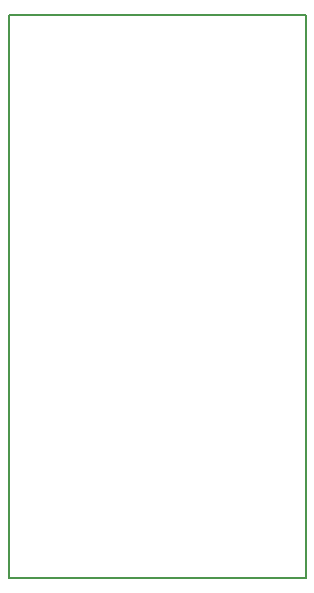
<source format=gbr>
%TF.GenerationSoftware,KiCad,Pcbnew,8.0.3*%
%TF.CreationDate,2025-09-08T17:35:16+08:00*%
%TF.ProjectId,balancing-car,62616c61-6e63-4696-9e67-2d6361722e6b,rev?*%
%TF.SameCoordinates,Original*%
%TF.FileFunction,Profile,NP*%
%FSLAX46Y46*%
G04 Gerber Fmt 4.6, Leading zero omitted, Abs format (unit mm)*
G04 Created by KiCad (PCBNEW 8.0.3) date 2025-09-08 17:35:16*
%MOMM*%
%LPD*%
G01*
G04 APERTURE LIST*
%TA.AperFunction,Profile*%
%ADD10C,0.200000*%
%TD*%
G04 APERTURE END LIST*
D10*
X187833000Y-80962500D02*
X212979000Y-80962500D01*
X212979000Y-128562100D01*
X187833000Y-128562100D01*
X187833000Y-80962500D01*
M02*

</source>
